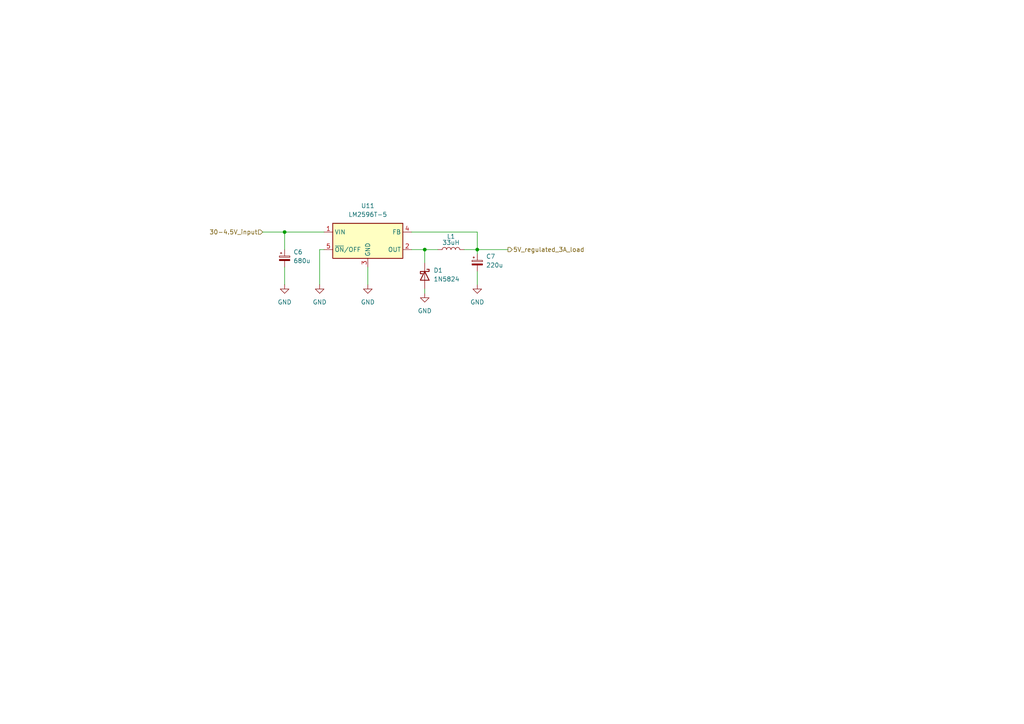
<source format=kicad_sch>
(kicad_sch (version 20250114) (generator "eeschema") (generator_version "9.0")
  (paper "A4")
  (lib_symbols
    (symbol "Device:C_Polarized_Small" (pin_numbers (hide yes)) (pin_names (offset 0.254) (hide yes))
      (property "Reference" "C" (at 0.254 1.778 0))
      (property "Value" "C_Polarized_Small" (at 0.254 -2.032 0))
      (symbol "C_Polarized_Small_0_1"
        (rectangle (start -1.524 0.6858) (end 1.524 0.3048))
        (rectangle (start -1.524 -0.3048) (end 1.524 -0.6858) (fill (type outline)))
        (polyline (pts (xy -1.27 1.524) (xy -0.762 1.524)))
        (polyline (pts (xy -1.016 1.27) (xy -1.016 1.778)))
      )
      (symbol "C_Polarized_Small_1_1"
        (pin passive line (at 0 2.54 270) (length 1.8542) (name "~") (number "1"))
        (pin passive line (at 0 -2.54 90) (length 1.8542) (name "~") (number "2"))
      )
    )
    (symbol "Device:D_Schottky" (pin_numbers (hide yes)) (pin_names (offset 1.016) (hide yes))
      (property "Reference" "D" (at 0 2.54 0))
      (property "Value" "D_Schottky" (at 0 -2.54 0))
      (symbol "D_Schottky_0_1"
        (polyline (pts (xy -1.905 0.635) (xy -1.905 1.27) (xy -1.27 1.27) (xy -1.27 -1.27) (xy -0.635 -1.27) (xy -0.635 -0.635)) (stroke (width 0.254)))
        (polyline (pts (xy 1.27 1.27) (xy 1.27 -1.27) (xy -1.27 0) (xy 1.27 1.27)) (stroke (width 0.254)))
        (polyline (pts (xy 1.27 0) (xy -1.27 0)))
      )
      (symbol "D_Schottky_1_1"
        (pin passive line (at -3.81 0 0) (length 2.54) (name "K") (number "1"))
        (pin passive line (at 3.81 0 180) (length 2.54) (name "A") (number "2"))
      )
    )
    (symbol "Device:L" (pin_numbers (hide yes)) (pin_names (offset 1.016) (hide yes))
      (property "Reference" "L" (at -1.27 0 90))
      (property "Value" "L" (at 1.905 0 90))
      (symbol "L_0_1"
        (arc (start 0 2.54) (mid 0.6323 1.905) (end 0 1.27))
        (arc (start 0 1.27) (mid 0.6323 0.635) (end 0 0))
        (arc (start 0 0) (mid 0.6323 -0.635) (end 0 -1.27))
        (arc (start 0 -1.27) (mid 0.6323 -1.905) (end 0 -2.54))
      )
      (symbol "L_1_1"
        (pin passive line (at 0 3.81 270) (length 1.27) (name "1") (number "1"))
        (pin passive line (at 0 -3.81 90) (length 1.27) (name "2") (number "2"))
      )
    )
    (symbol "Regulator_Switching:LM2596T-5"
      (property "Reference" "U" (at -10.16 6.35 0))
      (property "Value" "LM2596T-5" (at 0 6.35 0))
      (symbol "LM2596T-5_0_1"
        (rectangle (start -10.16 5.08) (end 10.16 -5.08) (stroke (width 0.254)) (fill (type background)))
      )
      (symbol "LM2596T-5_1_1"
        (pin power_in line (at -12.7 2.54 0) (length 2.54) (name "VIN") (number "1"))
        (pin input line (at -12.7 -2.54 0) (length 2.54) (name "~{ON}/OFF") (number "5"))
        (pin power_in line (at 0 -7.62 90) (length 2.54) (name "GND") (number "3"))
        (pin input line (at 12.7 2.54 180) (length 2.54) (name "FB") (number "4"))
        (pin output line (at 12.7 -2.54 180) (length 2.54) (name "OUT") (number "2"))
      )
    )
    (symbol "power:GND" (power) (pin_numbers (hide yes)) (pin_names (offset 0) (hide yes))
      (property "Value" "GND" (at 0 -3.81 0))
      (symbol "GND_0_1"
        (polyline (pts (xy 0 0) (xy 0 -1.27) (xy 1.27 -1.27) (xy 0 -2.54) (xy -1.27 -1.27) (xy 0 -1.27)))
      )
      (symbol "GND_1_1"
        (pin power_in line (at 0 0 270) (length 0) (name "~") (number "1"))
      )
    )
  )
  (junction (at 138.43 72.39))
  (junction (at 82.55 67.31))
  (junction (at 123.19 72.39))
  (wire (pts (xy 119.38 67.31) (xy 138.43 67.31)))
  (wire (pts (xy 134.62 72.39) (xy 138.43 72.39)))
  (wire (pts (xy 82.55 67.31) (xy 93.98 67.31)))
  (wire (pts (xy 138.43 72.39) (xy 138.43 73.66)))
  (wire (pts (xy 123.19 72.39) (xy 123.19 76.2)))
  (wire (pts (xy 106.68 77.47) (xy 106.68 82.55)))
  (wire (pts (xy 82.55 67.31) (xy 82.55 72.39)))
  (wire (pts (xy 76.2 67.31) (xy 82.55 67.31)))
  (wire (pts (xy 82.55 77.47) (xy 82.55 82.55)))
  (wire (pts (xy 138.43 72.39) (xy 147.32 72.39)))
  (wire (pts (xy 119.38 72.39) (xy 123.19 72.39)))
  (wire (pts (xy 138.43 78.74) (xy 138.43 82.55)))
  (wire (pts (xy 138.43 67.31) (xy 138.43 72.39)))
  (wire (pts (xy 92.71 82.55) (xy 92.71 72.39)))
  (wire (pts (xy 92.71 72.39) (xy 93.98 72.39)))
  (wire (pts (xy 123.19 83.82) (xy 123.19 85.09)))
  (wire (pts (xy 123.19 72.39) (xy 127 72.39)))
  (hierarchical_label "5V_regulated_3A_load" (shape output) (at 147.32 72.39 0))
  (hierarchical_label "30-4.5V_input" (shape input) (at 76.2 67.31 180))
  (symbol (lib_id "Device:C_Polarized_Small") (at 82.55 74.93 0) (unit 1)
    (property "Reference" "C6" (at 85.09 73.1138 0) (effects (justify left)))
    (property "Value" "680u" (at 85.09 75.6538 0) (effects (justify left)))
    (property "Description" "Polarized capacitor, small symbol" (effects (hide yes)))
  )
  (symbol (lib_id "Device:C_Polarized_Small") (at 138.43 76.2 0) (unit 1)
    (property "Reference" "C7" (at 140.97 74.3838 0) (effects (justify left)))
    (property "Value" "220u" (at 140.97 76.9238 0) (effects (justify left)))
    (property "Description" "Polarized capacitor, small symbol" (effects (hide yes)))
  )
  (symbol (lib_id "power:GND") (at 92.71 82.55 0) (unit 1)
    (property "Reference" "#PWR015" (effects (hide yes)))
    (property "Value" "GND" (at 92.71 87.63 0))
    (property "Description" "Power symbol creates a global label with name \"GND\" , ground" (effects (hide yes)))
  )
  (symbol (lib_id "power:GND") (at 106.68 82.55 0) (unit 1)
    (property "Reference" "#PWR020" (effects (hide yes)))
    (property "Value" "GND" (at 106.68 87.63 0))
    (property "Description" "Power symbol creates a global label with name \"GND\" , ground" (effects (hide yes)))
  )
  (symbol (lib_id "power:GND") (at 138.43 82.55 0) (unit 1)
    (property "Reference" "#PWR027" (effects (hide yes)))
    (property "Value" "GND" (at 138.43 87.63 0))
    (property "Description" "Power symbol creates a global label with name \"GND\" , ground" (effects (hide yes)))
  )
  (symbol (lib_id "Regulator_Switching:LM2596T-5") (at 106.68 69.85 0) (unit 1)
    (property "Reference" "U11" (at 106.68 59.69 0))
    (property "Value" "LM2596T-5" (at 106.68 62.23 0))
    (property "Footprint" "Package_TO_SOT_THT:TO-220-5_P3.4x3.7mm_StaggerOdd_Lead3.8mm_Vertical" (effects (hide yes)))
    (property "Datasheet" "http://www.ti.com/lit/ds/symlink/lm2596.pdf" (effects (hide yes)))
    (property "Description" "5V 3A 150kHz Step-Down Voltage Regulator, TO-220" (effects (hide yes)))
  )
  (symbol (lib_id "Device:L") (at 130.81 72.39 90) (unit 1)
    (property "Reference" "L1" (at 130.81 68.58 90))
    (property "Value" "33uH" (at 130.81 70.358 90))
    (property "Description" "Inductor" (effects (hide yes)))
  )
  (symbol (lib_id "power:GND") (at 82.55 82.55 0) (unit 1)
    (property "Reference" "#PWR014" (effects (hide yes)))
    (property "Value" "GND" (at 82.55 87.63 0))
    (property "Description" "Power symbol creates a global label with name \"GND\" , ground" (effects (hide yes)))
  )
  (symbol (lib_id "power:GND") (at 123.19 85.09 0) (unit 1)
    (property "Reference" "#PWR021" (effects (hide yes)))
    (property "Value" "GND" (at 123.19 90.17 0))
    (property "Description" "Power symbol creates a global label with name \"GND\" , ground" (effects (hide yes)))
  )
  (symbol (lib_id "Device:D_Schottky") (at 123.19 80.01 270) (unit 1)
    (property "Reference" "D1" (at 125.73 78.4224 90) (effects (justify left)))
    (property "Value" "1N5824" (at 125.73 80.9624 90) (effects (justify left)))
    (property "Description" "Schottky diode" (effects (hide yes)))
  )
)
</source>
